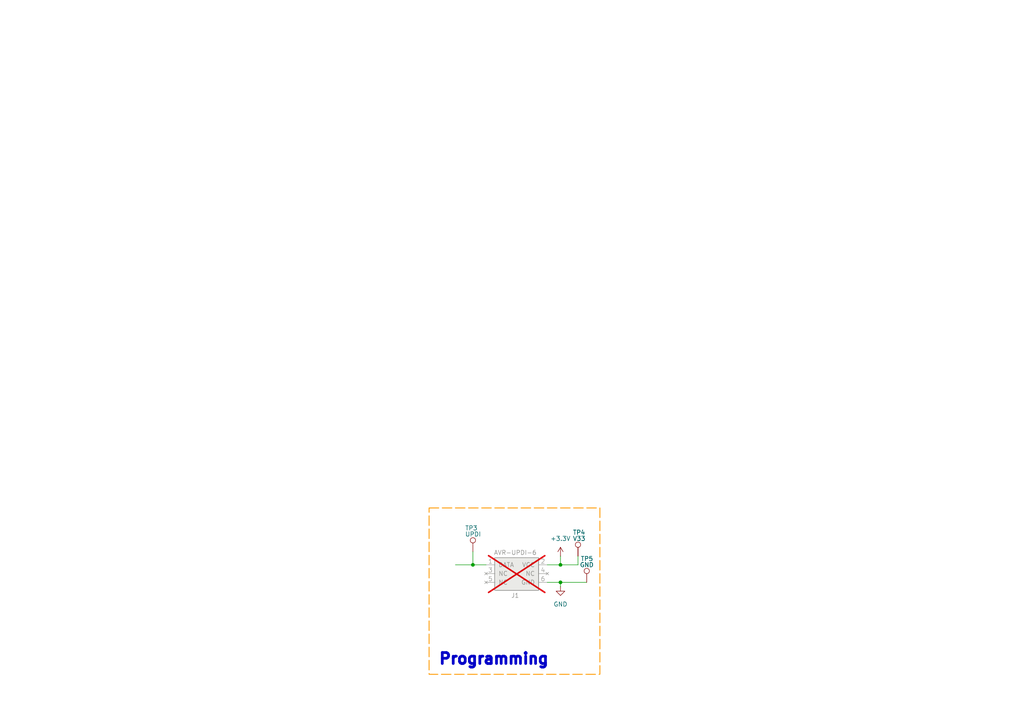
<source format=kicad_sch>
(kicad_sch (version 20250114) (generator "eeschema") (generator_version "9.0")
  (paper "A4")
  (lib_symbols
    (symbol "CRGM Connector:AVR-UPDI-6" (pin_names (offset 1.016))
      (property "Reference" "J" (at -6.096 6.858 0))
      (property "Value" "AVR-UPDI-6" (at -6.096 -5.08 0))
      (symbol "AVR-UPDI-6_0_1"
        (rectangle (start -6.35 5.842) (end 6.35 -3.556) (stroke (width 0.254)) (fill (type background)))
      )
      (symbol "AVR-UPDI-6_1_1"
        (pin passive line (at -8.89 3.81 0) (length 2.54) (name "DATA") (number "1"))
        (pin no_connect line (at -8.89 1.27 0) (length 2.54) (name "NC") (number "3"))
        (pin no_connect line (at -8.89 -1.27 0) (length 2.54) (name "NC") (number "5"))
        (pin passive line (at 8.89 3.81 180) (length 2.54) (name "VCC") (number "2"))
        (pin no_connect line (at 8.89 1.27 180) (length 2.54) (name "NC") (number "4"))
        (pin passive line (at 8.89 -1.27 180) (length 2.54) (name "GND") (number "6"))
      )
    )
    (symbol "Connector:TestPoint" (pin_numbers (hide yes)) (pin_names (offset 0.762) (hide yes))
      (property "Reference" "TP" (at 0 6.858 0))
      (property "Value" "TestPoint" (at 0 5.08 0))
      (symbol "TestPoint_0_1"
        (circle (center 0 3.302) (radius 0.762))
      )
      (symbol "TestPoint_1_1"
        (pin passive line (at 0 0 90) (length 2.54) (name "1") (number "1"))
      )
    )
    (symbol "power:+3.3V" (power) (pin_numbers (hide yes)) (pin_names (offset 0) (hide yes))
      (property "Value" "+3.3V" (at 0 3.556 0))
      (symbol "+3.3V_0_1"
        (polyline (pts (xy -0.762 1.27) (xy 0 2.54)))
        (polyline (pts (xy 0 2.54) (xy 0.762 1.27)))
        (polyline (pts (xy 0 0) (xy 0 2.54)))
      )
      (symbol "+3.3V_1_1"
        (pin power_in line (at 0 0 90) (length 0) (name "~") (number "1"))
      )
    )
    (symbol "power:GND" (power) (pin_numbers (hide yes)) (pin_names (offset 0) (hide yes))
      (property "Value" "GND" (at 0 -3.81 0))
      (symbol "GND_0_1"
        (polyline (pts (xy 0 0) (xy 0 -1.27) (xy 1.27 -1.27) (xy 0 -2.54) (xy -1.27 -1.27) (xy 0 -1.27)))
      )
      (symbol "GND_1_1"
        (pin power_in line (at 0 0 270) (length 0) (name "~") (number "1"))
      )
    )
  )
  (rectangle (start 124.46 147.32) (end 173.99 195.58) (stroke (width 0.254) (type dash) (color 255 153 0 1)))
  (text "Programming" (at 127 191.262 0) (effects (font (size 3.175 3.175) (thickness 0.889) (bold yes)) (justify left)))
  (junction (at 162.56 168.91))
  (junction (at 137.16 163.83))
  (junction (at 162.56 163.83))
  (wire (pts (xy 162.56 168.91) (xy 162.56 170.18)))
  (wire (pts (xy 162.56 168.91) (xy 170.18 168.91)))
  (wire (pts (xy 132.08 163.83) (xy 137.16 163.83)))
  (wire (pts (xy 162.56 161.29) (xy 162.56 163.83)))
  (wire (pts (xy 167.64 163.83) (xy 162.56 163.83)))
  (wire (pts (xy 158.75 168.91) (xy 162.56 168.91)))
  (wire (pts (xy 137.16 160.02) (xy 137.16 163.83)))
  (wire (pts (xy 167.64 161.29) (xy 167.64 163.83)))
  (wire (pts (xy 158.75 163.83) (xy 162.56 163.83)))
  (wire (pts (xy 137.16 163.83) (xy 140.97 163.83)))
  (symbol (lib_id "Connector:TestPoint") (at 170.18 168.91 0) (unit 1)
    (property "Reference" "TP5" (at 168.402 162.052 0) (effects (justify left)))
    (property "Value" "GND" (at 168.148 163.83 0) (effects (justify left)))
    (property "Footprint" "CRGM Mechanical:TestPoint_Pad_D1.0mm" (effects (hide yes)))
    (property "Description" "test point" (effects (hide yes)))
  )
  (symbol (lib_id "CRGM Connector:AVR-UPDI-6") (at 149.86 167.64 0) (unit 1) (in_bom no) (dnp yes)
    (property "Reference" "J1" (at 150.622 172.72 0) (effects (justify right)))
    (property "Value" "AVR-UPDI-6" (at 155.702 160.274 0) (effects (justify right)))
    (property "Footprint" "CRGM Connector:PinHeader_2x03_P2.54mm_Vertical_SMD" (effects (hide yes)))
    (property "Datasheet" "https://www.microchip.com/webdoc/GUID-9D10622A-5C16-4405-B092-1BDD437B4976/index.html?GUID-9B349315-2842-4189-B88C-49F4E1055D7F" (effects (hide yes)))
    (property "Description" "Atmel 6-pin UPDI connector" (effects (hide yes)))
  )
  (symbol (lib_id "Connector:TestPoint") (at 137.16 160.02 0) (unit 1)
    (property "Reference" "TP3" (at 134.874 153.162 0) (effects (justify left)))
    (property "Value" "UPDI" (at 134.874 154.9399 0) (effects (justify left)))
    (property "Footprint" "CRGM Mechanical:TestPoint_Pad_D1.0mm" (effects (hide yes)))
    (property "Description" "test point" (effects (hide yes)))
  )
  (symbol (lib_id "Connector:TestPoint") (at 167.64 161.29 0) (unit 1)
    (property "Reference" "TP4" (at 166.116 154.432 0) (effects (justify left)))
    (property "Value" "V33" (at 166.116 156.21 0) (effects (justify left)))
    (property "Footprint" "CRGM Mechanical:TestPoint_Pad_D1.0mm" (effects (hide yes)))
    (property "Description" "test point" (effects (hide yes)))
  )
  (symbol (lib_id "power:GND") (at 162.56 170.18 0) (unit 1)
    (property "Reference" "#PWR011" (effects (hide yes)))
    (property "Value" "GND" (at 162.56 175.26 0))
    (property "Description" "Power symbol creates a global label with name \"GND\" , ground" (effects (hide yes)))
  )
  (symbol (lib_id "power:+3.3V") (at 162.56 161.29 0) (unit 1)
    (property "Reference" "#PWR07" (effects (hide yes)))
    (property "Value" "+3.3V" (at 162.56 156.21 0))
    (property "Description" "Power symbol creates a global label with name \"+3.3V\"" (effects (hide yes)))
  )
)
</source>
